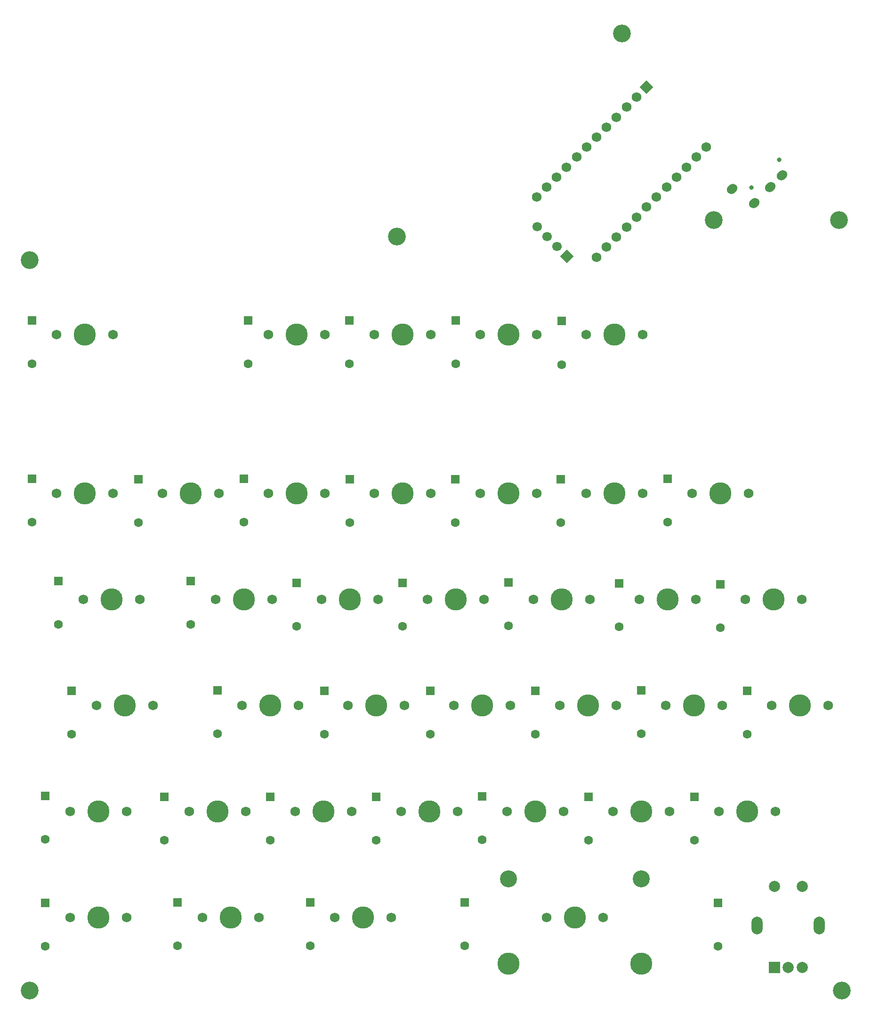
<source format=gts>
G04 #@! TF.GenerationSoftware,KiCad,Pcbnew,7.0.9-1.fc39*
G04 #@! TF.CreationDate,2024-01-02T19:22:47+02:00*
G04 #@! TF.ProjectId,SplitHsideLeft3,53706c69-7448-4736-9964-654c65667433,rev?*
G04 #@! TF.SameCoordinates,Original*
G04 #@! TF.FileFunction,Soldermask,Top*
G04 #@! TF.FilePolarity,Negative*
%FSLAX46Y46*%
G04 Gerber Fmt 4.6, Leading zero omitted, Abs format (unit mm)*
G04 Created by KiCad (PCBNEW 7.0.9-1.fc39) date 2024-01-02 19:22:47*
%MOMM*%
%LPD*%
G01*
G04 APERTURE LIST*
G04 Aperture macros list*
%AMHorizOval*
0 Thick line with rounded ends*
0 $1 width*
0 $2 $3 position (X,Y) of the first rounded end (center of the circle)*
0 $4 $5 position (X,Y) of the second rounded end (center of the circle)*
0 Add line between two ends*
20,1,$1,$2,$3,$4,$5,0*
0 Add two circle primitives to create the rounded ends*
1,1,$1,$2,$3*
1,1,$1,$4,$5*%
%AMRotRect*
0 Rectangle, with rotation*
0 The origin of the aperture is its center*
0 $1 length*
0 $2 width*
0 $3 Rotation angle, in degrees counterclockwise*
0 Add horizontal line*
21,1,$1,$2,0,0,$3*%
G04 Aperture macros list end*
%ADD10R,1.600000X1.600000*%
%ADD11C,1.600000*%
%ADD12RotRect,1.752600X1.752600X225.000000*%
%ADD13C,1.752600*%
%ADD14C,0.800000*%
%ADD15HorizOval,1.600000X-0.141421X-0.141421X0.141421X0.141421X0*%
%ADD16C,1.750000*%
%ADD17C,3.987800*%
%ADD18C,3.200000*%
%ADD19C,3.048000*%
%ADD20RotRect,1.700000X1.700000X225.000000*%
%ADD21HorizOval,1.700000X0.000000X0.000000X0.000000X0.000000X0*%
%ADD22O,2.000000X3.200000*%
%ADD23R,2.000000X2.000000*%
%ADD24C,2.000000*%
G04 APERTURE END LIST*
D10*
X71402790Y-69100000D03*
D11*
X71402790Y-76900000D03*
D10*
X71402790Y-97500000D03*
D11*
X71402790Y-105300000D03*
D10*
X76165310Y-115901749D03*
D11*
X76165310Y-123701749D03*
D10*
X78500000Y-135600000D03*
D11*
X78500000Y-143400000D03*
D10*
X73784050Y-154500000D03*
D11*
X73784050Y-162300000D03*
D10*
X73784050Y-173700000D03*
D11*
X73784050Y-181500000D03*
D10*
X90500000Y-97600000D03*
D11*
X90500000Y-105400000D03*
D10*
X99977910Y-115901749D03*
D11*
X99977910Y-123701749D03*
D10*
X104740430Y-135500000D03*
D11*
X104740430Y-143300000D03*
D10*
X95215390Y-154700000D03*
D11*
X95215390Y-162500000D03*
D10*
X97596650Y-173600000D03*
D11*
X97596650Y-181400000D03*
D10*
X109502950Y-97500000D03*
D11*
X109502950Y-105300000D03*
D10*
X119027990Y-116229859D03*
D11*
X119027990Y-124029859D03*
D10*
X124000000Y-135600000D03*
D11*
X124000000Y-143400000D03*
D10*
X114265470Y-154700000D03*
D11*
X114265470Y-162500000D03*
D10*
X121409250Y-173600000D03*
D11*
X121409250Y-181400000D03*
D10*
X128553030Y-97600000D03*
D11*
X128553030Y-105400000D03*
D10*
X138078070Y-116229859D03*
D11*
X138078070Y-124029859D03*
D10*
X143000000Y-135600000D03*
D11*
X143000000Y-143400000D03*
D10*
X133315550Y-154700000D03*
D11*
X133315550Y-162500000D03*
D10*
X166652710Y-69200000D03*
D11*
X166652710Y-77000000D03*
D10*
X147500000Y-97600000D03*
D11*
X147500000Y-105400000D03*
D10*
X157127710Y-116110799D03*
D11*
X157127710Y-123910799D03*
D10*
X161890210Y-135600000D03*
D11*
X161890210Y-143400000D03*
D10*
X152365210Y-154600000D03*
D11*
X152365210Y-162400000D03*
D10*
X180940210Y-135500000D03*
D11*
X180940210Y-143300000D03*
D10*
X171500000Y-154700000D03*
D11*
X171500000Y-162500000D03*
D10*
X195227710Y-116500000D03*
D11*
X195227710Y-124300000D03*
D10*
X199990210Y-135600000D03*
D11*
X199990210Y-143400000D03*
D10*
X190500000Y-154700000D03*
D11*
X190500000Y-162500000D03*
D12*
X181902710Y-27153485D03*
D13*
X180106659Y-28949536D03*
X178310608Y-30745587D03*
X176514556Y-32541638D03*
X174718505Y-34337689D03*
X172922454Y-36133741D03*
X171126403Y-37929792D03*
X169330351Y-39725843D03*
X167534300Y-41521894D03*
X165738249Y-43317946D03*
X163942198Y-45113997D03*
X162146147Y-46910048D03*
X172922454Y-57686355D03*
X174718505Y-55890304D03*
X176514556Y-54094253D03*
X178310608Y-52298202D03*
X180106659Y-50502151D03*
X181902710Y-48706099D03*
X183698761Y-46910048D03*
X185494813Y-45113997D03*
X187290864Y-43317946D03*
X189086915Y-41521894D03*
X190882966Y-39725843D03*
X192679017Y-37929792D03*
D14*
X205755025Y-40242284D03*
X200805278Y-45192031D03*
D15*
X197269744Y-45474874D03*
X201300252Y-47949748D03*
X204128680Y-45121321D03*
X206250000Y-43000000D03*
D16*
X75847830Y-100156339D03*
D17*
X80927830Y-100156339D03*
D16*
X86007830Y-100156339D03*
X80610350Y-119206419D03*
D17*
X85690350Y-119206419D03*
D16*
X90770350Y-119206419D03*
X82991610Y-138256499D03*
D17*
X88071610Y-138256499D03*
D16*
X93151610Y-138256499D03*
X78229090Y-157306579D03*
D17*
X83309090Y-157306579D03*
D16*
X88389090Y-157306579D03*
X78229090Y-176356659D03*
D17*
X83309090Y-176356659D03*
D16*
X88389090Y-176356659D03*
X94897910Y-100156339D03*
D17*
X99977910Y-100156339D03*
D16*
X105057910Y-100156339D03*
X104422950Y-119206419D03*
D17*
X109502950Y-119206419D03*
D16*
X114582950Y-119206419D03*
X109185470Y-138256499D03*
D17*
X114265470Y-138256499D03*
D16*
X119345470Y-138256499D03*
X99660430Y-157306579D03*
D17*
X104740430Y-157306579D03*
D16*
X109820430Y-157306579D03*
X102041690Y-176356659D03*
D17*
X107121690Y-176356659D03*
D16*
X112201690Y-176356659D03*
X132997710Y-71581219D03*
D17*
X138077710Y-71581219D03*
D16*
X143157710Y-71581219D03*
X113947990Y-100156339D03*
D17*
X119027990Y-100156339D03*
D16*
X124107990Y-100156339D03*
X123473030Y-119206419D03*
D17*
X128553030Y-119206419D03*
D16*
X133633030Y-119206419D03*
X128235550Y-138256499D03*
D17*
X133315550Y-138256499D03*
D16*
X138395550Y-138256499D03*
X118710510Y-157306579D03*
D17*
X123790510Y-157306579D03*
D16*
X128870510Y-157306579D03*
X125854290Y-176356659D03*
D17*
X130934290Y-176356659D03*
D16*
X136014290Y-176356659D03*
X132998070Y-100156339D03*
D17*
X138078070Y-100156339D03*
D16*
X143158070Y-100156339D03*
X142523110Y-119206419D03*
D17*
X147603110Y-119206419D03*
D16*
X152683110Y-119206419D03*
X147285630Y-138256499D03*
D17*
X152365630Y-138256499D03*
D16*
X157445630Y-138256499D03*
X137760590Y-157306579D03*
D17*
X142840590Y-157306579D03*
D16*
X147920590Y-157306579D03*
X171097710Y-71581219D03*
D17*
X176177710Y-71581219D03*
D16*
X181257710Y-71581219D03*
X152047710Y-100156099D03*
D17*
X157127710Y-100156099D03*
D16*
X162207710Y-100156099D03*
X161572710Y-119206099D03*
D17*
X166652710Y-119206099D03*
D16*
X171732710Y-119206099D03*
X166335210Y-138256099D03*
D17*
X171415210Y-138256099D03*
D16*
X176495210Y-138256099D03*
X156810210Y-157306099D03*
D17*
X161890210Y-157306099D03*
D16*
X166970210Y-157306099D03*
X75847830Y-71581219D03*
D17*
X80927830Y-71581219D03*
D16*
X86007830Y-71581219D03*
D18*
X217000000Y-189500000D03*
X70980000Y-58200000D03*
X71000000Y-189500000D03*
D10*
X110296460Y-69100000D03*
D11*
X110296460Y-76900000D03*
D10*
X185702710Y-97500000D03*
D11*
X185702710Y-105300000D03*
D16*
X190147710Y-100156099D03*
D17*
X195227710Y-100156099D03*
D16*
X200307710Y-100156099D03*
X152048070Y-71581219D03*
D17*
X157128070Y-71581219D03*
D16*
X162208070Y-71581219D03*
D10*
X147602710Y-69100000D03*
D11*
X147602710Y-76900000D03*
D10*
X128500000Y-69100000D03*
D11*
X128500000Y-76900000D03*
D16*
X171097710Y-100156099D03*
D17*
X176177710Y-100156099D03*
D16*
X181257710Y-100156099D03*
X180622710Y-119206099D03*
D17*
X185702710Y-119206099D03*
D16*
X190782710Y-119206099D03*
X185385210Y-138256099D03*
D17*
X190465210Y-138256099D03*
D16*
X195545210Y-138256099D03*
X175860210Y-157306099D03*
D17*
X180940210Y-157306099D03*
D16*
X186020210Y-157306099D03*
X199672710Y-119206099D03*
D17*
X204752710Y-119206099D03*
D16*
X209832710Y-119206099D03*
X204435210Y-138256099D03*
D17*
X209515210Y-138256099D03*
D16*
X214595210Y-138256099D03*
X194910210Y-157306099D03*
D17*
X199990210Y-157306099D03*
D16*
X205070210Y-157306099D03*
X113947710Y-71581099D03*
D17*
X119027710Y-71581099D03*
D16*
X124107710Y-71581099D03*
D10*
X166500000Y-97600000D03*
D11*
X166500000Y-105400000D03*
D10*
X149225000Y-173600000D03*
D11*
X149225000Y-181400000D03*
D19*
X157127710Y-169371099D03*
D17*
X157127710Y-184611099D03*
D16*
X163953960Y-176356099D03*
D17*
X169033960Y-176356099D03*
D16*
X174113960Y-176356099D03*
D19*
X180940210Y-169371099D03*
D17*
X180940210Y-184611099D03*
D10*
X176971460Y-116298299D03*
D11*
X176971460Y-124098299D03*
D18*
X137000000Y-54000000D03*
X194000000Y-51000000D03*
D20*
X167600000Y-57600000D03*
D21*
X165803949Y-55803949D03*
X164007898Y-54007898D03*
X162211846Y-52211846D03*
D18*
X177500000Y-17500000D03*
X216500000Y-51000000D03*
D22*
X201800000Y-177800000D03*
X213000000Y-177800000D03*
D23*
X204900000Y-185300000D03*
D24*
X209900000Y-185300000D03*
X207400000Y-185300000D03*
X209900000Y-170800000D03*
X204900000Y-170800000D03*
D10*
X194750000Y-173700000D03*
D11*
X194750000Y-181500000D03*
M02*

</source>
